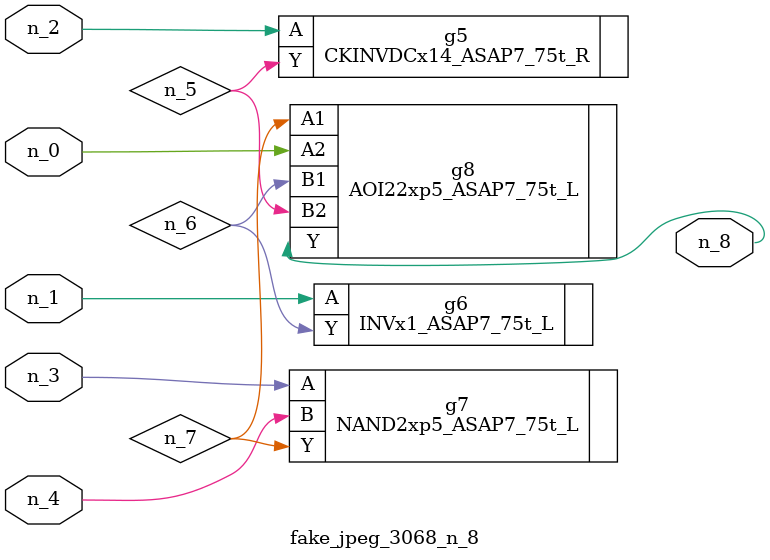
<source format=v>
module fake_jpeg_3068_n_8 (n_3, n_2, n_1, n_0, n_4, n_8);

input n_3;
input n_2;
input n_1;
input n_0;
input n_4;

output n_8;

wire n_6;
wire n_5;
wire n_7;

CKINVDCx14_ASAP7_75t_R g5 ( 
.A(n_2),
.Y(n_5)
);

INVx1_ASAP7_75t_L g6 ( 
.A(n_1),
.Y(n_6)
);

NAND2xp5_ASAP7_75t_L g7 ( 
.A(n_3),
.B(n_4),
.Y(n_7)
);

AOI22xp5_ASAP7_75t_L g8 ( 
.A1(n_7),
.A2(n_0),
.B1(n_6),
.B2(n_5),
.Y(n_8)
);


endmodule
</source>
